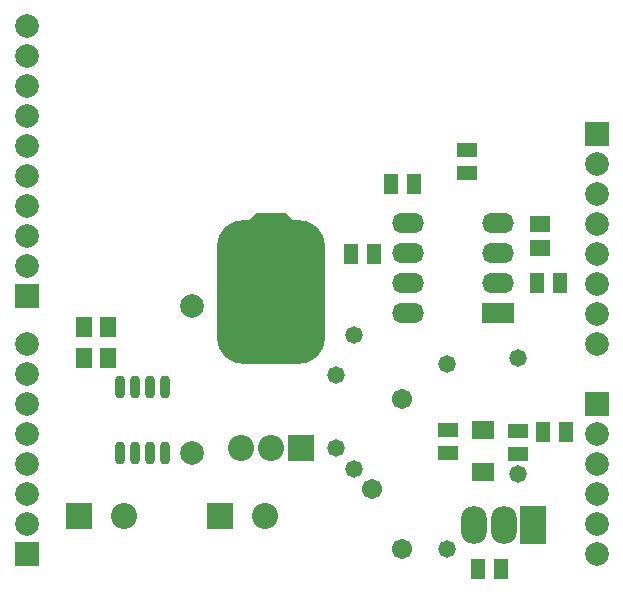
<source format=gts>
G04 Layer_Color=8388736*
%FSLAX44Y44*%
%MOMM*%
G71*
G01*
G75*
%ADD38R,1.2532X1.8032*%
%ADD39R,1.3462X1.7272*%
%ADD40O,0.8532X1.9532*%
%ADD41O,0.8532X1.9532*%
%ADD42R,1.8032X1.2532*%
%ADD43R,1.7272X1.3462*%
%ADD44R,1.9032X1.5032*%
G04:AMPARAMS|DCode=45|XSize=9.2032mm|YSize=12.2032mm|CornerRadius=2.3516mm|HoleSize=0mm|Usage=FLASHONLY|Rotation=180.000|XOffset=0mm|YOffset=0mm|HoleType=Round|Shape=RoundedRectangle|*
%AMROUNDEDRECTD45*
21,1,9.2032,7.5000,0,0,180.0*
21,1,4.5000,12.2032,0,0,180.0*
1,1,4.7032,-2.2500,3.7500*
1,1,4.7032,2.2500,3.7500*
1,1,4.7032,2.2500,-3.7500*
1,1,4.7032,-2.2500,-3.7500*
%
%ADD45ROUNDEDRECTD45*%
%ADD46O,2.7032X1.7032*%
%ADD47R,2.7032X1.7032*%
%ADD48C,2.0032*%
%ADD49O,2.2032X3.2032*%
%ADD50R,2.2032X3.2032*%
%ADD51R,2.0032X2.0032*%
%ADD52P,6.7143X8X202.5*%
%ADD53R,2.2032X2.2032*%
%ADD54C,2.2032*%
%ADD55C,1.7032*%
%ADD56C,1.4732*%
%ADD57C,1.0032*%
D38*
X-565050Y131000D02*
D03*
X-584550D02*
D03*
X-694050Y341000D02*
D03*
X-713550D02*
D03*
X-747550Y282000D02*
D03*
X-728050D02*
D03*
X-589550Y257000D02*
D03*
X-570050D02*
D03*
X-620050Y15000D02*
D03*
X-639550D02*
D03*
D39*
X-972960Y220000D02*
D03*
X-952640D02*
D03*
X-972960Y194000D02*
D03*
X-952640D02*
D03*
D40*
X-917450Y113000D02*
D03*
X-904750D02*
D03*
D41*
X-930150D02*
D03*
X-942850D02*
D03*
Y169000D02*
D03*
X-930150D02*
D03*
X-917450D02*
D03*
X-904750D02*
D03*
D42*
X-648800Y350250D02*
D03*
Y369750D02*
D03*
X-664800Y113250D02*
D03*
Y132750D02*
D03*
X-605800Y131750D02*
D03*
Y112250D02*
D03*
D43*
X-586800Y286840D02*
D03*
Y307160D02*
D03*
D44*
X-635800Y132500D02*
D03*
Y97500D02*
D03*
D45*
X-814800Y249750D02*
D03*
D46*
X-698900Y308100D02*
D03*
Y282700D02*
D03*
Y257300D02*
D03*
Y231900D02*
D03*
X-622700Y308100D02*
D03*
Y282700D02*
D03*
Y257300D02*
D03*
D47*
Y231900D02*
D03*
D48*
X-881800Y238000D02*
D03*
Y113000D02*
D03*
X-1021800Y449840D02*
D03*
Y475240D02*
D03*
Y424440D02*
D03*
Y399040D02*
D03*
Y373640D02*
D03*
Y348240D02*
D03*
Y322840D02*
D03*
Y297440D02*
D03*
Y272040D02*
D03*
X-539200Y206000D02*
D03*
Y231400D02*
D03*
Y256800D02*
D03*
Y282200D02*
D03*
Y307600D02*
D03*
Y333000D02*
D03*
Y358400D02*
D03*
X-1021800Y206000D02*
D03*
Y180600D02*
D03*
Y155200D02*
D03*
Y129800D02*
D03*
Y104400D02*
D03*
Y79000D02*
D03*
Y53600D02*
D03*
X-539200Y129800D02*
D03*
Y104400D02*
D03*
Y79000D02*
D03*
Y53600D02*
D03*
Y28200D02*
D03*
D49*
X-642800Y52000D02*
D03*
X-617800D02*
D03*
D50*
X-592800D02*
D03*
D51*
X-1021800Y246640D02*
D03*
X-539200Y383800D02*
D03*
X-1021800Y28200D02*
D03*
X-539200Y155200D02*
D03*
D52*
X-814800Y285000D02*
D03*
D53*
X-789400Y118000D02*
D03*
X-977850Y60000D02*
D03*
X-857850D02*
D03*
D54*
X-814800Y118000D02*
D03*
X-840200D02*
D03*
X-939750Y60000D02*
D03*
X-819750D02*
D03*
D55*
X-703800Y32000D02*
D03*
X-729200Y82800D02*
D03*
X-703800Y159000D02*
D03*
D56*
X-744800Y213000D02*
D03*
X-665800Y32000D02*
D03*
Y189000D02*
D03*
X-605800Y96000D02*
D03*
Y194000D02*
D03*
X-759800Y118000D02*
D03*
Y179000D02*
D03*
X-744800Y100000D02*
D03*
D57*
X-814800Y309750D02*
D03*
X-790050Y285000D02*
D03*
X-814800Y260250D02*
D03*
X-839550Y285000D02*
D03*
X-832300Y267500D02*
D03*
X-797300D02*
D03*
Y302500D02*
D03*
X-832300D02*
D03*
M02*

</source>
